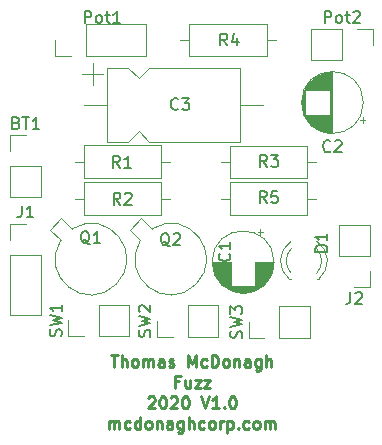
<source format=gbr>
%TF.GenerationSoftware,KiCad,Pcbnew,(5.1.7)-1*%
%TF.CreationDate,2020-10-22T11:01:39-05:00*%
%TF.ProjectId,Fuzz,46757a7a-2e6b-4696-9361-645f70636258,rev?*%
%TF.SameCoordinates,Original*%
%TF.FileFunction,Legend,Top*%
%TF.FilePolarity,Positive*%
%FSLAX46Y46*%
G04 Gerber Fmt 4.6, Leading zero omitted, Abs format (unit mm)*
G04 Created by KiCad (PCBNEW (5.1.7)-1) date 2020-10-22 11:01:39*
%MOMM*%
%LPD*%
G01*
G04 APERTURE LIST*
%ADD10C,0.250000*%
%ADD11C,0.120000*%
%ADD12C,0.150000*%
G04 APERTURE END LIST*
D10*
X130937857Y-111762380D02*
X131509285Y-111762380D01*
X131223571Y-112762380D02*
X131223571Y-111762380D01*
X131842619Y-112762380D02*
X131842619Y-111762380D01*
X132271190Y-112762380D02*
X132271190Y-112238571D01*
X132223571Y-112143333D01*
X132128333Y-112095714D01*
X131985476Y-112095714D01*
X131890238Y-112143333D01*
X131842619Y-112190952D01*
X132890238Y-112762380D02*
X132795000Y-112714761D01*
X132747380Y-112667142D01*
X132699761Y-112571904D01*
X132699761Y-112286190D01*
X132747380Y-112190952D01*
X132795000Y-112143333D01*
X132890238Y-112095714D01*
X133033095Y-112095714D01*
X133128333Y-112143333D01*
X133175952Y-112190952D01*
X133223571Y-112286190D01*
X133223571Y-112571904D01*
X133175952Y-112667142D01*
X133128333Y-112714761D01*
X133033095Y-112762380D01*
X132890238Y-112762380D01*
X133652142Y-112762380D02*
X133652142Y-112095714D01*
X133652142Y-112190952D02*
X133699761Y-112143333D01*
X133795000Y-112095714D01*
X133937857Y-112095714D01*
X134033095Y-112143333D01*
X134080714Y-112238571D01*
X134080714Y-112762380D01*
X134080714Y-112238571D02*
X134128333Y-112143333D01*
X134223571Y-112095714D01*
X134366428Y-112095714D01*
X134461666Y-112143333D01*
X134509285Y-112238571D01*
X134509285Y-112762380D01*
X135414047Y-112762380D02*
X135414047Y-112238571D01*
X135366428Y-112143333D01*
X135271190Y-112095714D01*
X135080714Y-112095714D01*
X134985476Y-112143333D01*
X135414047Y-112714761D02*
X135318809Y-112762380D01*
X135080714Y-112762380D01*
X134985476Y-112714761D01*
X134937857Y-112619523D01*
X134937857Y-112524285D01*
X134985476Y-112429047D01*
X135080714Y-112381428D01*
X135318809Y-112381428D01*
X135414047Y-112333809D01*
X135842619Y-112714761D02*
X135937857Y-112762380D01*
X136128333Y-112762380D01*
X136223571Y-112714761D01*
X136271190Y-112619523D01*
X136271190Y-112571904D01*
X136223571Y-112476666D01*
X136128333Y-112429047D01*
X135985476Y-112429047D01*
X135890238Y-112381428D01*
X135842619Y-112286190D01*
X135842619Y-112238571D01*
X135890238Y-112143333D01*
X135985476Y-112095714D01*
X136128333Y-112095714D01*
X136223571Y-112143333D01*
X137461666Y-112762380D02*
X137461666Y-111762380D01*
X137795000Y-112476666D01*
X138128333Y-111762380D01*
X138128333Y-112762380D01*
X139033095Y-112714761D02*
X138937857Y-112762380D01*
X138747380Y-112762380D01*
X138652142Y-112714761D01*
X138604523Y-112667142D01*
X138556904Y-112571904D01*
X138556904Y-112286190D01*
X138604523Y-112190952D01*
X138652142Y-112143333D01*
X138747380Y-112095714D01*
X138937857Y-112095714D01*
X139033095Y-112143333D01*
X139461666Y-112762380D02*
X139461666Y-111762380D01*
X139699761Y-111762380D01*
X139842619Y-111810000D01*
X139937857Y-111905238D01*
X139985476Y-112000476D01*
X140033095Y-112190952D01*
X140033095Y-112333809D01*
X139985476Y-112524285D01*
X139937857Y-112619523D01*
X139842619Y-112714761D01*
X139699761Y-112762380D01*
X139461666Y-112762380D01*
X140604523Y-112762380D02*
X140509285Y-112714761D01*
X140461666Y-112667142D01*
X140414047Y-112571904D01*
X140414047Y-112286190D01*
X140461666Y-112190952D01*
X140509285Y-112143333D01*
X140604523Y-112095714D01*
X140747380Y-112095714D01*
X140842619Y-112143333D01*
X140890238Y-112190952D01*
X140937857Y-112286190D01*
X140937857Y-112571904D01*
X140890238Y-112667142D01*
X140842619Y-112714761D01*
X140747380Y-112762380D01*
X140604523Y-112762380D01*
X141366428Y-112095714D02*
X141366428Y-112762380D01*
X141366428Y-112190952D02*
X141414047Y-112143333D01*
X141509285Y-112095714D01*
X141652142Y-112095714D01*
X141747380Y-112143333D01*
X141795000Y-112238571D01*
X141795000Y-112762380D01*
X142699761Y-112762380D02*
X142699761Y-112238571D01*
X142652142Y-112143333D01*
X142556904Y-112095714D01*
X142366428Y-112095714D01*
X142271190Y-112143333D01*
X142699761Y-112714761D02*
X142604523Y-112762380D01*
X142366428Y-112762380D01*
X142271190Y-112714761D01*
X142223571Y-112619523D01*
X142223571Y-112524285D01*
X142271190Y-112429047D01*
X142366428Y-112381428D01*
X142604523Y-112381428D01*
X142699761Y-112333809D01*
X143604523Y-112095714D02*
X143604523Y-112905238D01*
X143556904Y-113000476D01*
X143509285Y-113048095D01*
X143414047Y-113095714D01*
X143271190Y-113095714D01*
X143175952Y-113048095D01*
X143604523Y-112714761D02*
X143509285Y-112762380D01*
X143318809Y-112762380D01*
X143223571Y-112714761D01*
X143175952Y-112667142D01*
X143128333Y-112571904D01*
X143128333Y-112286190D01*
X143175952Y-112190952D01*
X143223571Y-112143333D01*
X143318809Y-112095714D01*
X143509285Y-112095714D01*
X143604523Y-112143333D01*
X144080714Y-112762380D02*
X144080714Y-111762380D01*
X144509285Y-112762380D02*
X144509285Y-112238571D01*
X144461666Y-112143333D01*
X144366428Y-112095714D01*
X144223571Y-112095714D01*
X144128333Y-112143333D01*
X144080714Y-112190952D01*
X136675952Y-113988571D02*
X136342619Y-113988571D01*
X136342619Y-114512380D02*
X136342619Y-113512380D01*
X136818809Y-113512380D01*
X137628333Y-113845714D02*
X137628333Y-114512380D01*
X137199761Y-113845714D02*
X137199761Y-114369523D01*
X137247380Y-114464761D01*
X137342619Y-114512380D01*
X137485476Y-114512380D01*
X137580714Y-114464761D01*
X137628333Y-114417142D01*
X138009285Y-113845714D02*
X138533095Y-113845714D01*
X138009285Y-114512380D01*
X138533095Y-114512380D01*
X138818809Y-113845714D02*
X139342619Y-113845714D01*
X138818809Y-114512380D01*
X139342619Y-114512380D01*
X134080714Y-115357619D02*
X134128333Y-115310000D01*
X134223571Y-115262380D01*
X134461666Y-115262380D01*
X134556904Y-115310000D01*
X134604523Y-115357619D01*
X134652142Y-115452857D01*
X134652142Y-115548095D01*
X134604523Y-115690952D01*
X134033095Y-116262380D01*
X134652142Y-116262380D01*
X135271190Y-115262380D02*
X135366428Y-115262380D01*
X135461666Y-115310000D01*
X135509285Y-115357619D01*
X135556904Y-115452857D01*
X135604523Y-115643333D01*
X135604523Y-115881428D01*
X135556904Y-116071904D01*
X135509285Y-116167142D01*
X135461666Y-116214761D01*
X135366428Y-116262380D01*
X135271190Y-116262380D01*
X135175952Y-116214761D01*
X135128333Y-116167142D01*
X135080714Y-116071904D01*
X135033095Y-115881428D01*
X135033095Y-115643333D01*
X135080714Y-115452857D01*
X135128333Y-115357619D01*
X135175952Y-115310000D01*
X135271190Y-115262380D01*
X135985476Y-115357619D02*
X136033095Y-115310000D01*
X136128333Y-115262380D01*
X136366428Y-115262380D01*
X136461666Y-115310000D01*
X136509285Y-115357619D01*
X136556904Y-115452857D01*
X136556904Y-115548095D01*
X136509285Y-115690952D01*
X135937857Y-116262380D01*
X136556904Y-116262380D01*
X137175952Y-115262380D02*
X137271190Y-115262380D01*
X137366428Y-115310000D01*
X137414047Y-115357619D01*
X137461666Y-115452857D01*
X137509285Y-115643333D01*
X137509285Y-115881428D01*
X137461666Y-116071904D01*
X137414047Y-116167142D01*
X137366428Y-116214761D01*
X137271190Y-116262380D01*
X137175952Y-116262380D01*
X137080714Y-116214761D01*
X137033095Y-116167142D01*
X136985476Y-116071904D01*
X136937857Y-115881428D01*
X136937857Y-115643333D01*
X136985476Y-115452857D01*
X137033095Y-115357619D01*
X137080714Y-115310000D01*
X137175952Y-115262380D01*
X138556904Y-115262380D02*
X138890238Y-116262380D01*
X139223571Y-115262380D01*
X140080714Y-116262380D02*
X139509285Y-116262380D01*
X139795000Y-116262380D02*
X139795000Y-115262380D01*
X139699761Y-115405238D01*
X139604523Y-115500476D01*
X139509285Y-115548095D01*
X140509285Y-116167142D02*
X140556904Y-116214761D01*
X140509285Y-116262380D01*
X140461666Y-116214761D01*
X140509285Y-116167142D01*
X140509285Y-116262380D01*
X141175952Y-115262380D02*
X141271190Y-115262380D01*
X141366428Y-115310000D01*
X141414047Y-115357619D01*
X141461666Y-115452857D01*
X141509285Y-115643333D01*
X141509285Y-115881428D01*
X141461666Y-116071904D01*
X141414047Y-116167142D01*
X141366428Y-116214761D01*
X141271190Y-116262380D01*
X141175952Y-116262380D01*
X141080714Y-116214761D01*
X141033095Y-116167142D01*
X140985476Y-116071904D01*
X140937857Y-115881428D01*
X140937857Y-115643333D01*
X140985476Y-115452857D01*
X141033095Y-115357619D01*
X141080714Y-115310000D01*
X141175952Y-115262380D01*
X130795000Y-118012380D02*
X130795000Y-117345714D01*
X130795000Y-117440952D02*
X130842619Y-117393333D01*
X130937857Y-117345714D01*
X131080714Y-117345714D01*
X131175952Y-117393333D01*
X131223571Y-117488571D01*
X131223571Y-118012380D01*
X131223571Y-117488571D02*
X131271190Y-117393333D01*
X131366428Y-117345714D01*
X131509285Y-117345714D01*
X131604523Y-117393333D01*
X131652142Y-117488571D01*
X131652142Y-118012380D01*
X132556904Y-117964761D02*
X132461666Y-118012380D01*
X132271190Y-118012380D01*
X132175952Y-117964761D01*
X132128333Y-117917142D01*
X132080714Y-117821904D01*
X132080714Y-117536190D01*
X132128333Y-117440952D01*
X132175952Y-117393333D01*
X132271190Y-117345714D01*
X132461666Y-117345714D01*
X132556904Y-117393333D01*
X133414047Y-118012380D02*
X133414047Y-117012380D01*
X133414047Y-117964761D02*
X133318809Y-118012380D01*
X133128333Y-118012380D01*
X133033095Y-117964761D01*
X132985476Y-117917142D01*
X132937857Y-117821904D01*
X132937857Y-117536190D01*
X132985476Y-117440952D01*
X133033095Y-117393333D01*
X133128333Y-117345714D01*
X133318809Y-117345714D01*
X133414047Y-117393333D01*
X134033095Y-118012380D02*
X133937857Y-117964761D01*
X133890238Y-117917142D01*
X133842619Y-117821904D01*
X133842619Y-117536190D01*
X133890238Y-117440952D01*
X133937857Y-117393333D01*
X134033095Y-117345714D01*
X134175952Y-117345714D01*
X134271190Y-117393333D01*
X134318809Y-117440952D01*
X134366428Y-117536190D01*
X134366428Y-117821904D01*
X134318809Y-117917142D01*
X134271190Y-117964761D01*
X134175952Y-118012380D01*
X134033095Y-118012380D01*
X134795000Y-117345714D02*
X134795000Y-118012380D01*
X134795000Y-117440952D02*
X134842619Y-117393333D01*
X134937857Y-117345714D01*
X135080714Y-117345714D01*
X135175952Y-117393333D01*
X135223571Y-117488571D01*
X135223571Y-118012380D01*
X136128333Y-118012380D02*
X136128333Y-117488571D01*
X136080714Y-117393333D01*
X135985476Y-117345714D01*
X135795000Y-117345714D01*
X135699761Y-117393333D01*
X136128333Y-117964761D02*
X136033095Y-118012380D01*
X135795000Y-118012380D01*
X135699761Y-117964761D01*
X135652142Y-117869523D01*
X135652142Y-117774285D01*
X135699761Y-117679047D01*
X135795000Y-117631428D01*
X136033095Y-117631428D01*
X136128333Y-117583809D01*
X137033095Y-117345714D02*
X137033095Y-118155238D01*
X136985476Y-118250476D01*
X136937857Y-118298095D01*
X136842619Y-118345714D01*
X136699761Y-118345714D01*
X136604523Y-118298095D01*
X137033095Y-117964761D02*
X136937857Y-118012380D01*
X136747380Y-118012380D01*
X136652142Y-117964761D01*
X136604523Y-117917142D01*
X136556904Y-117821904D01*
X136556904Y-117536190D01*
X136604523Y-117440952D01*
X136652142Y-117393333D01*
X136747380Y-117345714D01*
X136937857Y-117345714D01*
X137033095Y-117393333D01*
X137509285Y-118012380D02*
X137509285Y-117012380D01*
X137937857Y-118012380D02*
X137937857Y-117488571D01*
X137890238Y-117393333D01*
X137795000Y-117345714D01*
X137652142Y-117345714D01*
X137556904Y-117393333D01*
X137509285Y-117440952D01*
X138842619Y-117964761D02*
X138747380Y-118012380D01*
X138556904Y-118012380D01*
X138461666Y-117964761D01*
X138414047Y-117917142D01*
X138366428Y-117821904D01*
X138366428Y-117536190D01*
X138414047Y-117440952D01*
X138461666Y-117393333D01*
X138556904Y-117345714D01*
X138747380Y-117345714D01*
X138842619Y-117393333D01*
X139414047Y-118012380D02*
X139318809Y-117964761D01*
X139271190Y-117917142D01*
X139223571Y-117821904D01*
X139223571Y-117536190D01*
X139271190Y-117440952D01*
X139318809Y-117393333D01*
X139414047Y-117345714D01*
X139556904Y-117345714D01*
X139652142Y-117393333D01*
X139699761Y-117440952D01*
X139747380Y-117536190D01*
X139747380Y-117821904D01*
X139699761Y-117917142D01*
X139652142Y-117964761D01*
X139556904Y-118012380D01*
X139414047Y-118012380D01*
X140175952Y-118012380D02*
X140175952Y-117345714D01*
X140175952Y-117536190D02*
X140223571Y-117440952D01*
X140271190Y-117393333D01*
X140366428Y-117345714D01*
X140461666Y-117345714D01*
X140795000Y-117345714D02*
X140795000Y-118345714D01*
X140795000Y-117393333D02*
X140890238Y-117345714D01*
X141080714Y-117345714D01*
X141175952Y-117393333D01*
X141223571Y-117440952D01*
X141271190Y-117536190D01*
X141271190Y-117821904D01*
X141223571Y-117917142D01*
X141175952Y-117964761D01*
X141080714Y-118012380D01*
X140890238Y-118012380D01*
X140795000Y-117964761D01*
X141699761Y-117917142D02*
X141747380Y-117964761D01*
X141699761Y-118012380D01*
X141652142Y-117964761D01*
X141699761Y-117917142D01*
X141699761Y-118012380D01*
X142604523Y-117964761D02*
X142509285Y-118012380D01*
X142318809Y-118012380D01*
X142223571Y-117964761D01*
X142175952Y-117917142D01*
X142128333Y-117821904D01*
X142128333Y-117536190D01*
X142175952Y-117440952D01*
X142223571Y-117393333D01*
X142318809Y-117345714D01*
X142509285Y-117345714D01*
X142604523Y-117393333D01*
X143175952Y-118012380D02*
X143080714Y-117964761D01*
X143033095Y-117917142D01*
X142985476Y-117821904D01*
X142985476Y-117536190D01*
X143033095Y-117440952D01*
X143080714Y-117393333D01*
X143175952Y-117345714D01*
X143318809Y-117345714D01*
X143414047Y-117393333D01*
X143461666Y-117440952D01*
X143509285Y-117536190D01*
X143509285Y-117821904D01*
X143461666Y-117917142D01*
X143414047Y-117964761D01*
X143318809Y-118012380D01*
X143175952Y-118012380D01*
X143937857Y-118012380D02*
X143937857Y-117345714D01*
X143937857Y-117440952D02*
X143985476Y-117393333D01*
X144080714Y-117345714D01*
X144223571Y-117345714D01*
X144318809Y-117393333D01*
X144366428Y-117488571D01*
X144366428Y-118012380D01*
X144366428Y-117488571D02*
X144414047Y-117393333D01*
X144509285Y-117345714D01*
X144652142Y-117345714D01*
X144747380Y-117393333D01*
X144795000Y-117488571D01*
X144795000Y-118012380D01*
D11*
%TO.C,SW2*%
X140014000Y-110194400D02*
X140014000Y-107534400D01*
X137414000Y-110194400D02*
X140014000Y-110194400D01*
X137414000Y-107534400D02*
X140014000Y-107534400D01*
X137414000Y-110194400D02*
X137414000Y-107534400D01*
X136144000Y-110194400D02*
X134814000Y-110194400D01*
X134814000Y-110194400D02*
X134814000Y-108864400D01*
%TO.C,BT1*%
X122368000Y-98358000D02*
X125028000Y-98358000D01*
X122368000Y-95758000D02*
X122368000Y-98358000D01*
X125028000Y-95758000D02*
X125028000Y-98358000D01*
X122368000Y-95758000D02*
X125028000Y-95758000D01*
X122368000Y-94488000D02*
X122368000Y-93158000D01*
X122368000Y-93158000D02*
X123698000Y-93158000D01*
%TO.C,C1*%
X143838000Y-101315225D02*
X143338000Y-101315225D01*
X143588000Y-101065225D02*
X143588000Y-101565225D01*
X142397000Y-106471000D02*
X141829000Y-106471000D01*
X142631000Y-106431000D02*
X141595000Y-106431000D01*
X142790000Y-106391000D02*
X141436000Y-106391000D01*
X142918000Y-106351000D02*
X141308000Y-106351000D01*
X143028000Y-106311000D02*
X141198000Y-106311000D01*
X143124000Y-106271000D02*
X141102000Y-106271000D01*
X143211000Y-106231000D02*
X141015000Y-106231000D01*
X143291000Y-106191000D02*
X140935000Y-106191000D01*
X143364000Y-106151000D02*
X140862000Y-106151000D01*
X143432000Y-106111000D02*
X140794000Y-106111000D01*
X143496000Y-106071000D02*
X140730000Y-106071000D01*
X143556000Y-106031000D02*
X140670000Y-106031000D01*
X143613000Y-105991000D02*
X140613000Y-105991000D01*
X143667000Y-105951000D02*
X140559000Y-105951000D01*
X143718000Y-105911000D02*
X140508000Y-105911000D01*
X141073000Y-105871000D02*
X140460000Y-105871000D01*
X143766000Y-105871000D02*
X143153000Y-105871000D01*
X141073000Y-105831000D02*
X140414000Y-105831000D01*
X143812000Y-105831000D02*
X143153000Y-105831000D01*
X141073000Y-105791000D02*
X140370000Y-105791000D01*
X143856000Y-105791000D02*
X143153000Y-105791000D01*
X141073000Y-105751000D02*
X140328000Y-105751000D01*
X143898000Y-105751000D02*
X143153000Y-105751000D01*
X141073000Y-105711000D02*
X140287000Y-105711000D01*
X143939000Y-105711000D02*
X143153000Y-105711000D01*
X141073000Y-105671000D02*
X140249000Y-105671000D01*
X143977000Y-105671000D02*
X143153000Y-105671000D01*
X141073000Y-105631000D02*
X140212000Y-105631000D01*
X144014000Y-105631000D02*
X143153000Y-105631000D01*
X141073000Y-105591000D02*
X140176000Y-105591000D01*
X144050000Y-105591000D02*
X143153000Y-105591000D01*
X141073000Y-105551000D02*
X140142000Y-105551000D01*
X144084000Y-105551000D02*
X143153000Y-105551000D01*
X141073000Y-105511000D02*
X140109000Y-105511000D01*
X144117000Y-105511000D02*
X143153000Y-105511000D01*
X141073000Y-105471000D02*
X140078000Y-105471000D01*
X144148000Y-105471000D02*
X143153000Y-105471000D01*
X141073000Y-105431000D02*
X140048000Y-105431000D01*
X144178000Y-105431000D02*
X143153000Y-105431000D01*
X141073000Y-105391000D02*
X140018000Y-105391000D01*
X144208000Y-105391000D02*
X143153000Y-105391000D01*
X141073000Y-105351000D02*
X139991000Y-105351000D01*
X144235000Y-105351000D02*
X143153000Y-105351000D01*
X141073000Y-105311000D02*
X139964000Y-105311000D01*
X144262000Y-105311000D02*
X143153000Y-105311000D01*
X141073000Y-105271000D02*
X139938000Y-105271000D01*
X144288000Y-105271000D02*
X143153000Y-105271000D01*
X141073000Y-105231000D02*
X139913000Y-105231000D01*
X144313000Y-105231000D02*
X143153000Y-105231000D01*
X141073000Y-105191000D02*
X139889000Y-105191000D01*
X144337000Y-105191000D02*
X143153000Y-105191000D01*
X141073000Y-105151000D02*
X139866000Y-105151000D01*
X144360000Y-105151000D02*
X143153000Y-105151000D01*
X141073000Y-105111000D02*
X139845000Y-105111000D01*
X144381000Y-105111000D02*
X143153000Y-105111000D01*
X141073000Y-105071000D02*
X139823000Y-105071000D01*
X144403000Y-105071000D02*
X143153000Y-105071000D01*
X141073000Y-105031000D02*
X139803000Y-105031000D01*
X144423000Y-105031000D02*
X143153000Y-105031000D01*
X141073000Y-104991000D02*
X139784000Y-104991000D01*
X144442000Y-104991000D02*
X143153000Y-104991000D01*
X141073000Y-104951000D02*
X139765000Y-104951000D01*
X144461000Y-104951000D02*
X143153000Y-104951000D01*
X141073000Y-104911000D02*
X139748000Y-104911000D01*
X144478000Y-104911000D02*
X143153000Y-104911000D01*
X141073000Y-104871000D02*
X139731000Y-104871000D01*
X144495000Y-104871000D02*
X143153000Y-104871000D01*
X141073000Y-104831000D02*
X139715000Y-104831000D01*
X144511000Y-104831000D02*
X143153000Y-104831000D01*
X141073000Y-104791000D02*
X139699000Y-104791000D01*
X144527000Y-104791000D02*
X143153000Y-104791000D01*
X141073000Y-104751000D02*
X139685000Y-104751000D01*
X144541000Y-104751000D02*
X143153000Y-104751000D01*
X141073000Y-104711000D02*
X139671000Y-104711000D01*
X144555000Y-104711000D02*
X143153000Y-104711000D01*
X141073000Y-104671000D02*
X139658000Y-104671000D01*
X144568000Y-104671000D02*
X143153000Y-104671000D01*
X141073000Y-104631000D02*
X139645000Y-104631000D01*
X144581000Y-104631000D02*
X143153000Y-104631000D01*
X141073000Y-104591000D02*
X139633000Y-104591000D01*
X144593000Y-104591000D02*
X143153000Y-104591000D01*
X141073000Y-104550000D02*
X139622000Y-104550000D01*
X144604000Y-104550000D02*
X143153000Y-104550000D01*
X141073000Y-104510000D02*
X139612000Y-104510000D01*
X144614000Y-104510000D02*
X143153000Y-104510000D01*
X141073000Y-104470000D02*
X139602000Y-104470000D01*
X144624000Y-104470000D02*
X143153000Y-104470000D01*
X141073000Y-104430000D02*
X139593000Y-104430000D01*
X144633000Y-104430000D02*
X143153000Y-104430000D01*
X141073000Y-104390000D02*
X139585000Y-104390000D01*
X144641000Y-104390000D02*
X143153000Y-104390000D01*
X141073000Y-104350000D02*
X139577000Y-104350000D01*
X144649000Y-104350000D02*
X143153000Y-104350000D01*
X141073000Y-104310000D02*
X139570000Y-104310000D01*
X144656000Y-104310000D02*
X143153000Y-104310000D01*
X141073000Y-104270000D02*
X139563000Y-104270000D01*
X144663000Y-104270000D02*
X143153000Y-104270000D01*
X141073000Y-104230000D02*
X139557000Y-104230000D01*
X144669000Y-104230000D02*
X143153000Y-104230000D01*
X141073000Y-104190000D02*
X139552000Y-104190000D01*
X144674000Y-104190000D02*
X143153000Y-104190000D01*
X141073000Y-104150000D02*
X139548000Y-104150000D01*
X144678000Y-104150000D02*
X143153000Y-104150000D01*
X141073000Y-104110000D02*
X139544000Y-104110000D01*
X144682000Y-104110000D02*
X143153000Y-104110000D01*
X141073000Y-104070000D02*
X139540000Y-104070000D01*
X144686000Y-104070000D02*
X143153000Y-104070000D01*
X141073000Y-104030000D02*
X139537000Y-104030000D01*
X144689000Y-104030000D02*
X143153000Y-104030000D01*
X141073000Y-103990000D02*
X139535000Y-103990000D01*
X144691000Y-103990000D02*
X143153000Y-103990000D01*
X141073000Y-103950000D02*
X139534000Y-103950000D01*
X144692000Y-103950000D02*
X143153000Y-103950000D01*
X144693000Y-103910000D02*
X143153000Y-103910000D01*
X141073000Y-103910000D02*
X139533000Y-103910000D01*
X144693000Y-103870000D02*
X143153000Y-103870000D01*
X141073000Y-103870000D02*
X139533000Y-103870000D01*
X144733000Y-103870000D02*
G75*
G03*
X144733000Y-103870000I-2620000J0D01*
G01*
%TO.C,C2*%
X152231575Y-92098200D02*
X152231575Y-91598200D01*
X152481575Y-91848200D02*
X151981575Y-91848200D01*
X147075800Y-90657200D02*
X147075800Y-90089200D01*
X147115800Y-90891200D02*
X147115800Y-89855200D01*
X147155800Y-91050200D02*
X147155800Y-89696200D01*
X147195800Y-91178200D02*
X147195800Y-89568200D01*
X147235800Y-91288200D02*
X147235800Y-89458200D01*
X147275800Y-91384200D02*
X147275800Y-89362200D01*
X147315800Y-91471200D02*
X147315800Y-89275200D01*
X147355800Y-91551200D02*
X147355800Y-89195200D01*
X147395800Y-89333200D02*
X147395800Y-89122200D01*
X147395800Y-91624200D02*
X147395800Y-91413200D01*
X147435800Y-89333200D02*
X147435800Y-89054200D01*
X147435800Y-91692200D02*
X147435800Y-91413200D01*
X147475800Y-89333200D02*
X147475800Y-88990200D01*
X147475800Y-91756200D02*
X147475800Y-91413200D01*
X147515800Y-89333200D02*
X147515800Y-88930200D01*
X147515800Y-91816200D02*
X147515800Y-91413200D01*
X147555800Y-89333200D02*
X147555800Y-88873200D01*
X147555800Y-91873200D02*
X147555800Y-91413200D01*
X147595800Y-89333200D02*
X147595800Y-88819200D01*
X147595800Y-91927200D02*
X147595800Y-91413200D01*
X147635800Y-89333200D02*
X147635800Y-88768200D01*
X147635800Y-91978200D02*
X147635800Y-91413200D01*
X147675800Y-89333200D02*
X147675800Y-88720200D01*
X147675800Y-92026200D02*
X147675800Y-91413200D01*
X147715800Y-89333200D02*
X147715800Y-88674200D01*
X147715800Y-92072200D02*
X147715800Y-91413200D01*
X147755800Y-89333200D02*
X147755800Y-88630200D01*
X147755800Y-92116200D02*
X147755800Y-91413200D01*
X147795800Y-89333200D02*
X147795800Y-88588200D01*
X147795800Y-92158200D02*
X147795800Y-91413200D01*
X147835800Y-89333200D02*
X147835800Y-88547200D01*
X147835800Y-92199200D02*
X147835800Y-91413200D01*
X147875800Y-89333200D02*
X147875800Y-88509200D01*
X147875800Y-92237200D02*
X147875800Y-91413200D01*
X147915800Y-89333200D02*
X147915800Y-88472200D01*
X147915800Y-92274200D02*
X147915800Y-91413200D01*
X147955800Y-89333200D02*
X147955800Y-88436200D01*
X147955800Y-92310200D02*
X147955800Y-91413200D01*
X147995800Y-89333200D02*
X147995800Y-88402200D01*
X147995800Y-92344200D02*
X147995800Y-91413200D01*
X148035800Y-89333200D02*
X148035800Y-88369200D01*
X148035800Y-92377200D02*
X148035800Y-91413200D01*
X148075800Y-89333200D02*
X148075800Y-88338200D01*
X148075800Y-92408200D02*
X148075800Y-91413200D01*
X148115800Y-89333200D02*
X148115800Y-88308200D01*
X148115800Y-92438200D02*
X148115800Y-91413200D01*
X148155800Y-89333200D02*
X148155800Y-88278200D01*
X148155800Y-92468200D02*
X148155800Y-91413200D01*
X148195800Y-89333200D02*
X148195800Y-88251200D01*
X148195800Y-92495200D02*
X148195800Y-91413200D01*
X148235800Y-89333200D02*
X148235800Y-88224200D01*
X148235800Y-92522200D02*
X148235800Y-91413200D01*
X148275800Y-89333200D02*
X148275800Y-88198200D01*
X148275800Y-92548200D02*
X148275800Y-91413200D01*
X148315800Y-89333200D02*
X148315800Y-88173200D01*
X148315800Y-92573200D02*
X148315800Y-91413200D01*
X148355800Y-89333200D02*
X148355800Y-88149200D01*
X148355800Y-92597200D02*
X148355800Y-91413200D01*
X148395800Y-89333200D02*
X148395800Y-88126200D01*
X148395800Y-92620200D02*
X148395800Y-91413200D01*
X148435800Y-89333200D02*
X148435800Y-88105200D01*
X148435800Y-92641200D02*
X148435800Y-91413200D01*
X148475800Y-89333200D02*
X148475800Y-88083200D01*
X148475800Y-92663200D02*
X148475800Y-91413200D01*
X148515800Y-89333200D02*
X148515800Y-88063200D01*
X148515800Y-92683200D02*
X148515800Y-91413200D01*
X148555800Y-89333200D02*
X148555800Y-88044200D01*
X148555800Y-92702200D02*
X148555800Y-91413200D01*
X148595800Y-89333200D02*
X148595800Y-88025200D01*
X148595800Y-92721200D02*
X148595800Y-91413200D01*
X148635800Y-89333200D02*
X148635800Y-88008200D01*
X148635800Y-92738200D02*
X148635800Y-91413200D01*
X148675800Y-89333200D02*
X148675800Y-87991200D01*
X148675800Y-92755200D02*
X148675800Y-91413200D01*
X148715800Y-89333200D02*
X148715800Y-87975200D01*
X148715800Y-92771200D02*
X148715800Y-91413200D01*
X148755800Y-89333200D02*
X148755800Y-87959200D01*
X148755800Y-92787200D02*
X148755800Y-91413200D01*
X148795800Y-89333200D02*
X148795800Y-87945200D01*
X148795800Y-92801200D02*
X148795800Y-91413200D01*
X148835800Y-89333200D02*
X148835800Y-87931200D01*
X148835800Y-92815200D02*
X148835800Y-91413200D01*
X148875800Y-89333200D02*
X148875800Y-87918200D01*
X148875800Y-92828200D02*
X148875800Y-91413200D01*
X148915800Y-89333200D02*
X148915800Y-87905200D01*
X148915800Y-92841200D02*
X148915800Y-91413200D01*
X148955800Y-89333200D02*
X148955800Y-87893200D01*
X148955800Y-92853200D02*
X148955800Y-91413200D01*
X148996800Y-89333200D02*
X148996800Y-87882200D01*
X148996800Y-92864200D02*
X148996800Y-91413200D01*
X149036800Y-89333200D02*
X149036800Y-87872200D01*
X149036800Y-92874200D02*
X149036800Y-91413200D01*
X149076800Y-89333200D02*
X149076800Y-87862200D01*
X149076800Y-92884200D02*
X149076800Y-91413200D01*
X149116800Y-89333200D02*
X149116800Y-87853200D01*
X149116800Y-92893200D02*
X149116800Y-91413200D01*
X149156800Y-89333200D02*
X149156800Y-87845200D01*
X149156800Y-92901200D02*
X149156800Y-91413200D01*
X149196800Y-89333200D02*
X149196800Y-87837200D01*
X149196800Y-92909200D02*
X149196800Y-91413200D01*
X149236800Y-89333200D02*
X149236800Y-87830200D01*
X149236800Y-92916200D02*
X149236800Y-91413200D01*
X149276800Y-89333200D02*
X149276800Y-87823200D01*
X149276800Y-92923200D02*
X149276800Y-91413200D01*
X149316800Y-89333200D02*
X149316800Y-87817200D01*
X149316800Y-92929200D02*
X149316800Y-91413200D01*
X149356800Y-89333200D02*
X149356800Y-87812200D01*
X149356800Y-92934200D02*
X149356800Y-91413200D01*
X149396800Y-89333200D02*
X149396800Y-87808200D01*
X149396800Y-92938200D02*
X149396800Y-91413200D01*
X149436800Y-89333200D02*
X149436800Y-87804200D01*
X149436800Y-92942200D02*
X149436800Y-91413200D01*
X149476800Y-92946200D02*
X149476800Y-87800200D01*
X149516800Y-92949200D02*
X149516800Y-87797200D01*
X149556800Y-92951200D02*
X149556800Y-87795200D01*
X149596800Y-92952200D02*
X149596800Y-87794200D01*
X149636800Y-92953200D02*
X149636800Y-87793200D01*
X149676800Y-92953200D02*
X149676800Y-87793200D01*
X152296800Y-90373200D02*
G75*
G03*
X152296800Y-90373200I-2620000J0D01*
G01*
%TO.C,C3*%
X143765001Y-90555001D02*
X141825001Y-90555001D01*
X128645001Y-90555001D02*
X130585001Y-90555001D01*
X134185001Y-93675001D02*
X141825001Y-93675001D01*
X133285001Y-92775001D02*
X134185001Y-93675001D01*
X132385001Y-93675001D02*
X133285001Y-92775001D01*
X130585001Y-93675001D02*
X132385001Y-93675001D01*
X134185001Y-87435001D02*
X141825001Y-87435001D01*
X133285001Y-88335001D02*
X134185001Y-87435001D01*
X132385001Y-87435001D02*
X133285001Y-88335001D01*
X130585001Y-87435001D02*
X132385001Y-87435001D01*
X141825001Y-87435001D02*
X141825001Y-93675001D01*
X130585001Y-87435001D02*
X130585001Y-93675001D01*
X129385001Y-87055001D02*
X129385001Y-88855001D01*
X128485001Y-87955001D02*
X130285001Y-87955001D01*
%TO.C,D1*%
X148349200Y-105344400D02*
X148505200Y-105344400D01*
X146033200Y-105344400D02*
X146189200Y-105344400D01*
X146190592Y-102112065D02*
G75*
G03*
X146033684Y-105344400I1078608J-1672335D01*
G01*
X148347808Y-102112065D02*
G75*
G02*
X148504716Y-105344400I-1078608J-1672335D01*
G01*
X146189363Y-102743270D02*
G75*
G03*
X146189200Y-104825361I1079837J-1041130D01*
G01*
X148349037Y-102743270D02*
G75*
G02*
X148349200Y-104825361I-1079837J-1041130D01*
G01*
%TO.C,J1*%
X122368000Y-108391000D02*
X125028000Y-108391000D01*
X122368000Y-103251000D02*
X122368000Y-108391000D01*
X125028000Y-103251000D02*
X125028000Y-108391000D01*
X122368000Y-103251000D02*
X125028000Y-103251000D01*
X122368000Y-101981000D02*
X122368000Y-100651000D01*
X122368000Y-100651000D02*
X123698000Y-100651000D01*
%TO.C,J2*%
X152866400Y-105978000D02*
X151536400Y-105978000D01*
X152866400Y-104648000D02*
X152866400Y-105978000D01*
X152866400Y-103378000D02*
X150206400Y-103378000D01*
X150206400Y-103378000D02*
X150206400Y-100778000D01*
X152866400Y-103378000D02*
X152866400Y-100778000D01*
X152866400Y-100778000D02*
X150206400Y-100778000D01*
%TO.C,Pot1*%
X126178000Y-86420000D02*
X126178000Y-85090000D01*
X127508000Y-86420000D02*
X126178000Y-86420000D01*
X128778000Y-86420000D02*
X128778000Y-83760000D01*
X128778000Y-83760000D02*
X133918000Y-83760000D01*
X128778000Y-86420000D02*
X133918000Y-86420000D01*
X133918000Y-86420000D02*
X133918000Y-83760000D01*
%TO.C,Pot2*%
X147895000Y-84141000D02*
X147895000Y-86801000D01*
X150495000Y-84141000D02*
X147895000Y-84141000D01*
X150495000Y-86801000D02*
X147895000Y-86801000D01*
X150495000Y-84141000D02*
X150495000Y-86801000D01*
X151765000Y-84141000D02*
X153095000Y-84141000D01*
X153095000Y-84141000D02*
X153095000Y-85471000D01*
%TO.C,Q1*%
X127652869Y-101059719D02*
X126740701Y-100147552D01*
X126740701Y-100147552D02*
X125750752Y-101137501D01*
X125750752Y-101137501D02*
X126662919Y-102049669D01*
X126663050Y-102049456D02*
G75*
G03*
X127652869Y-101059719I2572150J-1582544D01*
G01*
%TO.C,Q2*%
X132507152Y-101137501D02*
X133419319Y-102049669D01*
X133497101Y-100147552D02*
X132507152Y-101137501D01*
X134409269Y-101059719D02*
X133497101Y-100147552D01*
X133419450Y-102049456D02*
G75*
G03*
X134409269Y-101059719I2572150J-1582544D01*
G01*
%TO.C,R1*%
X128622040Y-94009540D02*
X128622040Y-96749540D01*
X128622040Y-96749540D02*
X135162040Y-96749540D01*
X135162040Y-96749540D02*
X135162040Y-94009540D01*
X135162040Y-94009540D02*
X128622040Y-94009540D01*
X127852040Y-95379540D02*
X128622040Y-95379540D01*
X135932040Y-95379540D02*
X135162040Y-95379540D01*
%TO.C,R2*%
X135925001Y-98501200D02*
X135155001Y-98501200D01*
X127845001Y-98501200D02*
X128615001Y-98501200D01*
X135155001Y-97131200D02*
X128615001Y-97131200D01*
X135155001Y-99871200D02*
X135155001Y-97131200D01*
X128615001Y-99871200D02*
X135155001Y-99871200D01*
X128615001Y-97131200D02*
X128615001Y-99871200D01*
%TO.C,R3*%
X140232000Y-95402400D02*
X141002000Y-95402400D01*
X148312000Y-95402400D02*
X147542000Y-95402400D01*
X141002000Y-96772400D02*
X147542000Y-96772400D01*
X141002000Y-94032400D02*
X141002000Y-96772400D01*
X147542000Y-94032400D02*
X141002000Y-94032400D01*
X147542000Y-96772400D02*
X147542000Y-94032400D01*
%TO.C,R4*%
X144883000Y-85090000D02*
X144113000Y-85090000D01*
X136803000Y-85090000D02*
X137573000Y-85090000D01*
X144113000Y-83720000D02*
X137573000Y-83720000D01*
X144113000Y-86460000D02*
X144113000Y-83720000D01*
X137573000Y-86460000D02*
X144113000Y-86460000D01*
X137573000Y-83720000D02*
X137573000Y-86460000D01*
%TO.C,R5*%
X141002000Y-97131200D02*
X141002000Y-99871200D01*
X141002000Y-99871200D02*
X147542000Y-99871200D01*
X147542000Y-99871200D02*
X147542000Y-97131200D01*
X147542000Y-97131200D02*
X141002000Y-97131200D01*
X140232000Y-98501200D02*
X141002000Y-98501200D01*
X148312000Y-98501200D02*
X147542000Y-98501200D01*
%TO.C,SW1*%
X127295600Y-110143600D02*
X127295600Y-108813600D01*
X128625600Y-110143600D02*
X127295600Y-110143600D01*
X129895600Y-110143600D02*
X129895600Y-107483600D01*
X129895600Y-107483600D02*
X132495600Y-107483600D01*
X129895600Y-110143600D02*
X132495600Y-110143600D01*
X132495600Y-110143600D02*
X132495600Y-107483600D01*
%TO.C,SW3*%
X142586400Y-110296000D02*
X142586400Y-108966000D01*
X143916400Y-110296000D02*
X142586400Y-110296000D01*
X145186400Y-110296000D02*
X145186400Y-107636000D01*
X145186400Y-107636000D02*
X147786400Y-107636000D01*
X145186400Y-110296000D02*
X147786400Y-110296000D01*
X147786400Y-110296000D02*
X147786400Y-107636000D01*
%TO.C,SW2*%
D12*
X134218761Y-110197733D02*
X134266380Y-110054876D01*
X134266380Y-109816780D01*
X134218761Y-109721542D01*
X134171142Y-109673923D01*
X134075904Y-109626304D01*
X133980666Y-109626304D01*
X133885428Y-109673923D01*
X133837809Y-109721542D01*
X133790190Y-109816780D01*
X133742571Y-110007257D01*
X133694952Y-110102495D01*
X133647333Y-110150114D01*
X133552095Y-110197733D01*
X133456857Y-110197733D01*
X133361619Y-110150114D01*
X133314000Y-110102495D01*
X133266380Y-110007257D01*
X133266380Y-109769161D01*
X133314000Y-109626304D01*
X133266380Y-109292971D02*
X134266380Y-109054876D01*
X133552095Y-108864400D01*
X134266380Y-108673923D01*
X133266380Y-108435828D01*
X133361619Y-108102495D02*
X133314000Y-108054876D01*
X133266380Y-107959638D01*
X133266380Y-107721542D01*
X133314000Y-107626304D01*
X133361619Y-107578685D01*
X133456857Y-107531066D01*
X133552095Y-107531066D01*
X133694952Y-107578685D01*
X134266380Y-108150114D01*
X134266380Y-107531066D01*
%TO.C,BT1*%
X122912285Y-92086571D02*
X123055142Y-92134190D01*
X123102761Y-92181809D01*
X123150380Y-92277047D01*
X123150380Y-92419904D01*
X123102761Y-92515142D01*
X123055142Y-92562761D01*
X122959904Y-92610380D01*
X122578952Y-92610380D01*
X122578952Y-91610380D01*
X122912285Y-91610380D01*
X123007523Y-91658000D01*
X123055142Y-91705619D01*
X123102761Y-91800857D01*
X123102761Y-91896095D01*
X123055142Y-91991333D01*
X123007523Y-92038952D01*
X122912285Y-92086571D01*
X122578952Y-92086571D01*
X123436095Y-91610380D02*
X124007523Y-91610380D01*
X123721809Y-92610380D02*
X123721809Y-91610380D01*
X124864666Y-92610380D02*
X124293238Y-92610380D01*
X124578952Y-92610380D02*
X124578952Y-91610380D01*
X124483714Y-91753238D01*
X124388476Y-91848476D01*
X124293238Y-91896095D01*
%TO.C,C1*%
X140946142Y-103163666D02*
X140993761Y-103211285D01*
X141041380Y-103354142D01*
X141041380Y-103449380D01*
X140993761Y-103592238D01*
X140898523Y-103687476D01*
X140803285Y-103735095D01*
X140612809Y-103782714D01*
X140469952Y-103782714D01*
X140279476Y-103735095D01*
X140184238Y-103687476D01*
X140089000Y-103592238D01*
X140041380Y-103449380D01*
X140041380Y-103354142D01*
X140089000Y-103211285D01*
X140136619Y-103163666D01*
X141041380Y-102211285D02*
X141041380Y-102782714D01*
X141041380Y-102497000D02*
X140041380Y-102497000D01*
X140184238Y-102592238D01*
X140279476Y-102687476D01*
X140327095Y-102782714D01*
%TO.C,C2*%
X149510133Y-94480342D02*
X149462514Y-94527961D01*
X149319657Y-94575580D01*
X149224419Y-94575580D01*
X149081561Y-94527961D01*
X148986323Y-94432723D01*
X148938704Y-94337485D01*
X148891085Y-94147009D01*
X148891085Y-94004152D01*
X148938704Y-93813676D01*
X148986323Y-93718438D01*
X149081561Y-93623200D01*
X149224419Y-93575580D01*
X149319657Y-93575580D01*
X149462514Y-93623200D01*
X149510133Y-93670819D01*
X149891085Y-93670819D02*
X149938704Y-93623200D01*
X150033942Y-93575580D01*
X150272038Y-93575580D01*
X150367276Y-93623200D01*
X150414895Y-93670819D01*
X150462514Y-93766057D01*
X150462514Y-93861295D01*
X150414895Y-94004152D01*
X149843466Y-94575580D01*
X150462514Y-94575580D01*
%TO.C,C3*%
X136612333Y-90908142D02*
X136564714Y-90955761D01*
X136421857Y-91003380D01*
X136326619Y-91003380D01*
X136183761Y-90955761D01*
X136088523Y-90860523D01*
X136040904Y-90765285D01*
X135993285Y-90574809D01*
X135993285Y-90431952D01*
X136040904Y-90241476D01*
X136088523Y-90146238D01*
X136183761Y-90051000D01*
X136326619Y-90003380D01*
X136421857Y-90003380D01*
X136564714Y-90051000D01*
X136612333Y-90098619D01*
X136945666Y-90003380D02*
X137564714Y-90003380D01*
X137231380Y-90384333D01*
X137374238Y-90384333D01*
X137469476Y-90431952D01*
X137517095Y-90479571D01*
X137564714Y-90574809D01*
X137564714Y-90812904D01*
X137517095Y-90908142D01*
X137469476Y-90955761D01*
X137374238Y-91003380D01*
X137088523Y-91003380D01*
X136993285Y-90955761D01*
X136945666Y-90908142D01*
%TO.C,D1*%
X149245580Y-102998495D02*
X148245580Y-102998495D01*
X148245580Y-102760400D01*
X148293200Y-102617542D01*
X148388438Y-102522304D01*
X148483676Y-102474685D01*
X148674152Y-102427066D01*
X148817009Y-102427066D01*
X149007485Y-102474685D01*
X149102723Y-102522304D01*
X149197961Y-102617542D01*
X149245580Y-102760400D01*
X149245580Y-102998495D01*
X149245580Y-101474685D02*
X149245580Y-102046114D01*
X149245580Y-101760400D02*
X148245580Y-101760400D01*
X148388438Y-101855638D01*
X148483676Y-101950876D01*
X148531295Y-102046114D01*
%TO.C,J1*%
X123364666Y-99103380D02*
X123364666Y-99817666D01*
X123317047Y-99960523D01*
X123221809Y-100055761D01*
X123078952Y-100103380D01*
X122983714Y-100103380D01*
X124364666Y-100103380D02*
X123793238Y-100103380D01*
X124078952Y-100103380D02*
X124078952Y-99103380D01*
X123983714Y-99246238D01*
X123888476Y-99341476D01*
X123793238Y-99389095D01*
%TO.C,J2*%
X151203066Y-106430380D02*
X151203066Y-107144666D01*
X151155447Y-107287523D01*
X151060209Y-107382761D01*
X150917352Y-107430380D01*
X150822114Y-107430380D01*
X151631638Y-106525619D02*
X151679257Y-106478000D01*
X151774495Y-106430380D01*
X152012590Y-106430380D01*
X152107828Y-106478000D01*
X152155447Y-106525619D01*
X152203066Y-106620857D01*
X152203066Y-106716095D01*
X152155447Y-106858952D01*
X151584019Y-107430380D01*
X152203066Y-107430380D01*
%TO.C,Pot1*%
X128698809Y-83637380D02*
X128698809Y-82637380D01*
X129079761Y-82637380D01*
X129175000Y-82685000D01*
X129222619Y-82732619D01*
X129270238Y-82827857D01*
X129270238Y-82970714D01*
X129222619Y-83065952D01*
X129175000Y-83113571D01*
X129079761Y-83161190D01*
X128698809Y-83161190D01*
X129841666Y-83637380D02*
X129746428Y-83589761D01*
X129698809Y-83542142D01*
X129651190Y-83446904D01*
X129651190Y-83161190D01*
X129698809Y-83065952D01*
X129746428Y-83018333D01*
X129841666Y-82970714D01*
X129984523Y-82970714D01*
X130079761Y-83018333D01*
X130127380Y-83065952D01*
X130175000Y-83161190D01*
X130175000Y-83446904D01*
X130127380Y-83542142D01*
X130079761Y-83589761D01*
X129984523Y-83637380D01*
X129841666Y-83637380D01*
X130460714Y-82970714D02*
X130841666Y-82970714D01*
X130603571Y-82637380D02*
X130603571Y-83494523D01*
X130651190Y-83589761D01*
X130746428Y-83637380D01*
X130841666Y-83637380D01*
X131698809Y-83637380D02*
X131127380Y-83637380D01*
X131413095Y-83637380D02*
X131413095Y-82637380D01*
X131317857Y-82780238D01*
X131222619Y-82875476D01*
X131127380Y-82923095D01*
%TO.C,Pot2*%
X149018809Y-83637380D02*
X149018809Y-82637380D01*
X149399761Y-82637380D01*
X149495000Y-82685000D01*
X149542619Y-82732619D01*
X149590238Y-82827857D01*
X149590238Y-82970714D01*
X149542619Y-83065952D01*
X149495000Y-83113571D01*
X149399761Y-83161190D01*
X149018809Y-83161190D01*
X150161666Y-83637380D02*
X150066428Y-83589761D01*
X150018809Y-83542142D01*
X149971190Y-83446904D01*
X149971190Y-83161190D01*
X150018809Y-83065952D01*
X150066428Y-83018333D01*
X150161666Y-82970714D01*
X150304523Y-82970714D01*
X150399761Y-83018333D01*
X150447380Y-83065952D01*
X150495000Y-83161190D01*
X150495000Y-83446904D01*
X150447380Y-83542142D01*
X150399761Y-83589761D01*
X150304523Y-83637380D01*
X150161666Y-83637380D01*
X150780714Y-82970714D02*
X151161666Y-82970714D01*
X150923571Y-82637380D02*
X150923571Y-83494523D01*
X150971190Y-83589761D01*
X151066428Y-83637380D01*
X151161666Y-83637380D01*
X151447380Y-82732619D02*
X151495000Y-82685000D01*
X151590238Y-82637380D01*
X151828333Y-82637380D01*
X151923571Y-82685000D01*
X151971190Y-82732619D01*
X152018809Y-82827857D01*
X152018809Y-82923095D01*
X151971190Y-83065952D01*
X151399761Y-83637380D01*
X152018809Y-83637380D01*
%TO.C,Q1*%
X129122512Y-102358170D02*
X129027274Y-102310551D01*
X128932036Y-102215312D01*
X128789179Y-102072455D01*
X128693941Y-102024836D01*
X128598703Y-102024836D01*
X128646322Y-102262931D02*
X128551084Y-102215312D01*
X128455846Y-102120074D01*
X128408227Y-101929598D01*
X128408227Y-101596265D01*
X128455846Y-101405789D01*
X128551084Y-101310551D01*
X128646322Y-101262931D01*
X128836798Y-101262931D01*
X128932036Y-101310551D01*
X129027274Y-101405789D01*
X129074893Y-101596265D01*
X129074893Y-101929598D01*
X129027274Y-102120074D01*
X128932036Y-102215312D01*
X128836798Y-102262931D01*
X128646322Y-102262931D01*
X130027274Y-102262931D02*
X129455846Y-102262931D01*
X129741560Y-102262931D02*
X129741560Y-101262931D01*
X129646322Y-101405789D01*
X129551084Y-101501027D01*
X129455846Y-101548646D01*
%TO.C,Q2*%
X135896361Y-102540170D02*
X135801123Y-102492551D01*
X135705885Y-102397312D01*
X135563028Y-102254455D01*
X135467790Y-102206836D01*
X135372552Y-102206836D01*
X135420171Y-102444931D02*
X135324933Y-102397312D01*
X135229695Y-102302074D01*
X135182076Y-102111598D01*
X135182076Y-101778265D01*
X135229695Y-101587789D01*
X135324933Y-101492551D01*
X135420171Y-101444931D01*
X135610647Y-101444931D01*
X135705885Y-101492551D01*
X135801123Y-101587789D01*
X135848742Y-101778265D01*
X135848742Y-102111598D01*
X135801123Y-102302074D01*
X135705885Y-102397312D01*
X135610647Y-102444931D01*
X135420171Y-102444931D01*
X136229695Y-101540170D02*
X136277314Y-101492551D01*
X136372552Y-101444931D01*
X136610647Y-101444931D01*
X136705885Y-101492551D01*
X136753504Y-101540170D01*
X136801123Y-101635408D01*
X136801123Y-101730646D01*
X136753504Y-101873503D01*
X136182076Y-102444931D01*
X136801123Y-102444931D01*
%TO.C,R1*%
X131691372Y-95888919D02*
X131358039Y-95412729D01*
X131119943Y-95888919D02*
X131119943Y-94888919D01*
X131500896Y-94888919D01*
X131596134Y-94936539D01*
X131643753Y-94984158D01*
X131691372Y-95079396D01*
X131691372Y-95222253D01*
X131643753Y-95317491D01*
X131596134Y-95365110D01*
X131500896Y-95412729D01*
X131119943Y-95412729D01*
X132643753Y-95888919D02*
X132072324Y-95888919D01*
X132358039Y-95888919D02*
X132358039Y-94888919D01*
X132262800Y-95031777D01*
X132167562Y-95127015D01*
X132072324Y-95174634D01*
%TO.C,R2*%
X131718334Y-99010579D02*
X131385001Y-98534389D01*
X131146905Y-99010579D02*
X131146905Y-98010579D01*
X131527858Y-98010579D01*
X131623096Y-98058199D01*
X131670715Y-98105818D01*
X131718334Y-98201056D01*
X131718334Y-98343913D01*
X131670715Y-98439151D01*
X131623096Y-98486770D01*
X131527858Y-98534389D01*
X131146905Y-98534389D01*
X132099286Y-98105818D02*
X132146905Y-98058199D01*
X132242143Y-98010579D01*
X132480239Y-98010579D01*
X132575477Y-98058199D01*
X132623096Y-98105818D01*
X132670715Y-98201056D01*
X132670715Y-98296294D01*
X132623096Y-98439151D01*
X132051667Y-99010579D01*
X132670715Y-99010579D01*
%TO.C,R3*%
X144139334Y-95811781D02*
X143806001Y-95335591D01*
X143567905Y-95811781D02*
X143567905Y-94811781D01*
X143948858Y-94811781D01*
X144044096Y-94859401D01*
X144091715Y-94907020D01*
X144139334Y-95002258D01*
X144139334Y-95145115D01*
X144091715Y-95240353D01*
X144044096Y-95287972D01*
X143948858Y-95335591D01*
X143567905Y-95335591D01*
X144472667Y-94811781D02*
X145091715Y-94811781D01*
X144758381Y-95192734D01*
X144901239Y-95192734D01*
X144996477Y-95240353D01*
X145044096Y-95287972D01*
X145091715Y-95383210D01*
X145091715Y-95621305D01*
X145044096Y-95716543D01*
X144996477Y-95764162D01*
X144901239Y-95811781D01*
X144615524Y-95811781D01*
X144520286Y-95764162D01*
X144472667Y-95716543D01*
%TO.C,R4*%
X140765332Y-85541379D02*
X140431999Y-85065189D01*
X140193903Y-85541379D02*
X140193903Y-84541379D01*
X140574856Y-84541379D01*
X140670094Y-84588999D01*
X140717713Y-84636618D01*
X140765332Y-84731856D01*
X140765332Y-84874713D01*
X140717713Y-84969951D01*
X140670094Y-85017570D01*
X140574856Y-85065189D01*
X140193903Y-85065189D01*
X141622475Y-84874713D02*
X141622475Y-85541379D01*
X141384379Y-84493760D02*
X141146284Y-85208046D01*
X141765332Y-85208046D01*
%TO.C,R5*%
X144105333Y-98869579D02*
X143772000Y-98393389D01*
X143533904Y-98869579D02*
X143533904Y-97869579D01*
X143914857Y-97869579D01*
X144010095Y-97917199D01*
X144057714Y-97964818D01*
X144105333Y-98060056D01*
X144105333Y-98202913D01*
X144057714Y-98298151D01*
X144010095Y-98345770D01*
X143914857Y-98393389D01*
X143533904Y-98393389D01*
X145010095Y-97869579D02*
X144533904Y-97869579D01*
X144486285Y-98345770D01*
X144533904Y-98298151D01*
X144629142Y-98250532D01*
X144867238Y-98250532D01*
X144962476Y-98298151D01*
X145010095Y-98345770D01*
X145057714Y-98441008D01*
X145057714Y-98679103D01*
X145010095Y-98774341D01*
X144962476Y-98821960D01*
X144867238Y-98869579D01*
X144629142Y-98869579D01*
X144533904Y-98821960D01*
X144486285Y-98774341D01*
%TO.C,SW1*%
X126700361Y-110146933D02*
X126747980Y-110004076D01*
X126747980Y-109765980D01*
X126700361Y-109670742D01*
X126652742Y-109623123D01*
X126557504Y-109575504D01*
X126462266Y-109575504D01*
X126367028Y-109623123D01*
X126319409Y-109670742D01*
X126271790Y-109765980D01*
X126224171Y-109956457D01*
X126176552Y-110051695D01*
X126128933Y-110099314D01*
X126033695Y-110146933D01*
X125938457Y-110146933D01*
X125843219Y-110099314D01*
X125795600Y-110051695D01*
X125747980Y-109956457D01*
X125747980Y-109718361D01*
X125795600Y-109575504D01*
X125747980Y-109242171D02*
X126747980Y-109004076D01*
X126033695Y-108813600D01*
X126747980Y-108623123D01*
X125747980Y-108385028D01*
X126747980Y-107480266D02*
X126747980Y-108051695D01*
X126747980Y-107765980D02*
X125747980Y-107765980D01*
X125890838Y-107861219D01*
X125986076Y-107956457D01*
X126033695Y-108051695D01*
%TO.C,SW3*%
X141991161Y-110299333D02*
X142038780Y-110156476D01*
X142038780Y-109918380D01*
X141991161Y-109823142D01*
X141943542Y-109775523D01*
X141848304Y-109727904D01*
X141753066Y-109727904D01*
X141657828Y-109775523D01*
X141610209Y-109823142D01*
X141562590Y-109918380D01*
X141514971Y-110108857D01*
X141467352Y-110204095D01*
X141419733Y-110251714D01*
X141324495Y-110299333D01*
X141229257Y-110299333D01*
X141134019Y-110251714D01*
X141086400Y-110204095D01*
X141038780Y-110108857D01*
X141038780Y-109870761D01*
X141086400Y-109727904D01*
X141038780Y-109394571D02*
X142038780Y-109156476D01*
X141324495Y-108966000D01*
X142038780Y-108775523D01*
X141038780Y-108537428D01*
X141038780Y-108251714D02*
X141038780Y-107632666D01*
X141419733Y-107966000D01*
X141419733Y-107823142D01*
X141467352Y-107727904D01*
X141514971Y-107680285D01*
X141610209Y-107632666D01*
X141848304Y-107632666D01*
X141943542Y-107680285D01*
X141991161Y-107727904D01*
X142038780Y-107823142D01*
X142038780Y-108108857D01*
X141991161Y-108204095D01*
X141943542Y-108251714D01*
%TD*%
M02*

</source>
